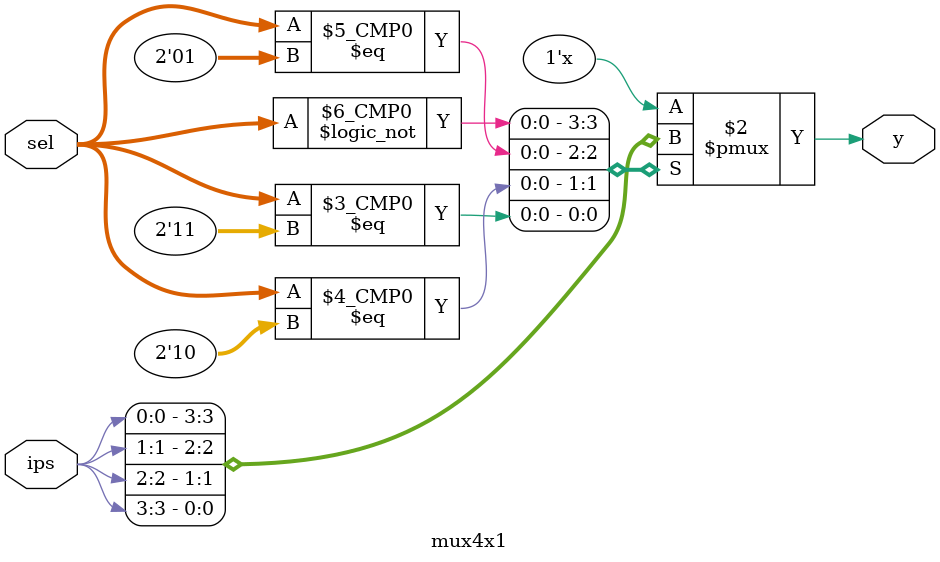
<source format=v>
module mux4x1(
  input [1:0]sel,
  input [3:0]ips,
  output  reg y
  ); 
  always@(*) begin
    case(sel)
    2'b00:y=ips[0];
    2'b01:y=ips[1];
    2'b10:y=ips[2];
    2'b11:y=ips[3];
    endcase
  end
endmodule

</source>
